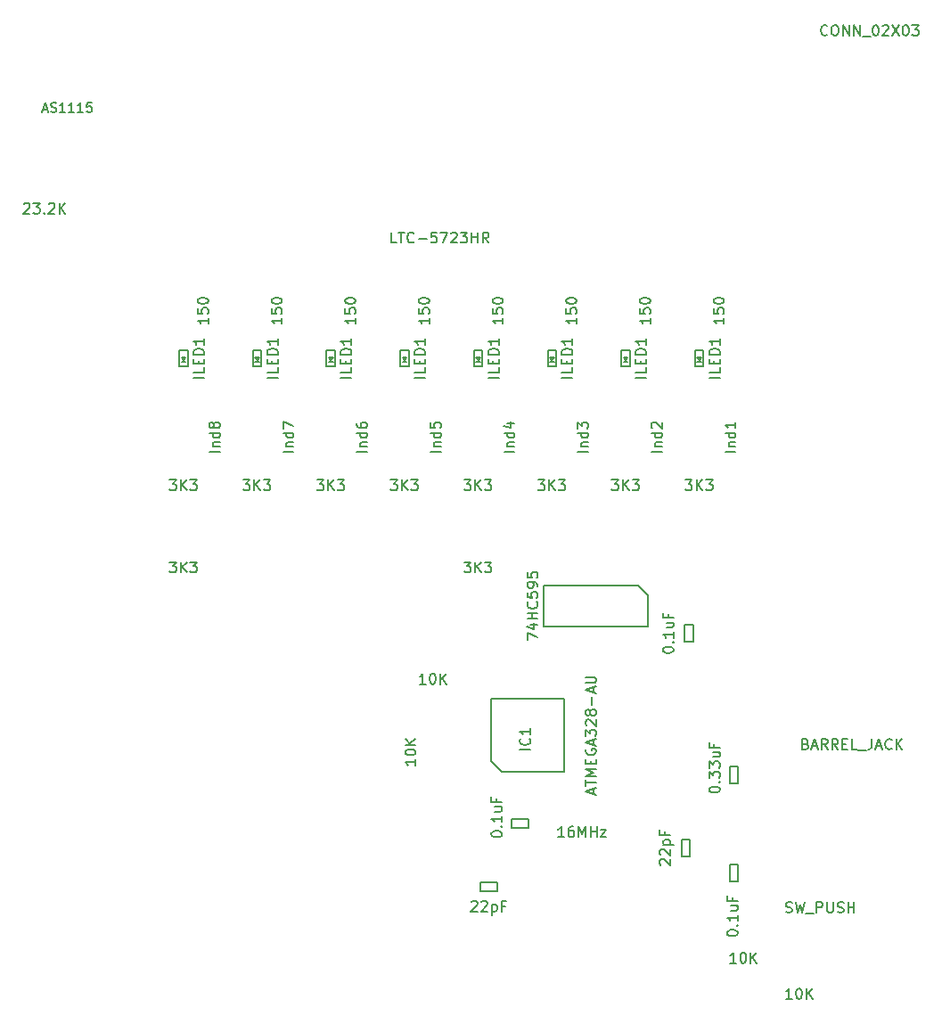
<source format=gbr>
G04 #@! TF.FileFunction,Other,Fab,Top*
%FSLAX46Y46*%
G04 Gerber Fmt 4.6, Leading zero omitted, Abs format (unit mm)*
G04 Created by KiCad (PCBNEW 4.0.4-stable) date 11/18/16 12:36:54*
%MOMM*%
%LPD*%
G01*
G04 APERTURE LIST*
%ADD10C,0.100000*%
%ADD11C,0.150000*%
%ADD12C,0.152400*%
G04 APERTURE END LIST*
D10*
D11*
X139800000Y-124100000D02*
X139800000Y-124900000D01*
X138200000Y-124100000D02*
X139800000Y-124100000D01*
X138200000Y-124900000D02*
X138200000Y-124100000D01*
X139800000Y-124900000D02*
X138200000Y-124900000D01*
X135200000Y-130900000D02*
X135200000Y-130100000D01*
X136800000Y-130900000D02*
X135200000Y-130900000D01*
X136800000Y-130100000D02*
X136800000Y-130900000D01*
X135200000Y-130100000D02*
X136800000Y-130100000D01*
X154300000Y-126000000D02*
X155100000Y-126000000D01*
X154300000Y-127600000D02*
X154300000Y-126000000D01*
X155100000Y-127600000D02*
X154300000Y-127600000D01*
X155100000Y-126000000D02*
X155100000Y-127600000D01*
X158900000Y-119100000D02*
X159700000Y-119100000D01*
X158900000Y-120700000D02*
X158900000Y-119100000D01*
X159700000Y-120700000D02*
X158900000Y-120700000D01*
X159700000Y-119100000D02*
X159700000Y-120700000D01*
X159700000Y-130000000D02*
X158900000Y-130000000D01*
X159700000Y-128400000D02*
X159700000Y-130000000D01*
X158900000Y-128400000D02*
X159700000Y-128400000D01*
X158900000Y-130000000D02*
X158900000Y-128400000D01*
X154600000Y-105600000D02*
X155400000Y-105600000D01*
X154600000Y-107200000D02*
X154600000Y-105600000D01*
X155400000Y-107200000D02*
X154600000Y-107200000D01*
X155400000Y-105600000D02*
X155400000Y-107200000D01*
X155800000Y-80600000D02*
X156200000Y-80600000D01*
X156000000Y-80500000D02*
X155800000Y-80200000D01*
X156200000Y-80200000D02*
X156000000Y-80500000D01*
X155800000Y-80200000D02*
X156200000Y-80200000D01*
X156400000Y-79500000D02*
X156400000Y-81100000D01*
X155600000Y-79500000D02*
X156400000Y-79500000D01*
X155600000Y-81100000D02*
X155600000Y-79500000D01*
X156400000Y-81100000D02*
X155600000Y-81100000D01*
X148800000Y-80600000D02*
X149200000Y-80600000D01*
X149000000Y-80500000D02*
X148800000Y-80200000D01*
X149200000Y-80200000D02*
X149000000Y-80500000D01*
X148800000Y-80200000D02*
X149200000Y-80200000D01*
X149400000Y-79500000D02*
X149400000Y-81100000D01*
X148600000Y-79500000D02*
X149400000Y-79500000D01*
X148600000Y-81100000D02*
X148600000Y-79500000D01*
X149400000Y-81100000D02*
X148600000Y-81100000D01*
X141800000Y-80600000D02*
X142200000Y-80600000D01*
X142000000Y-80500000D02*
X141800000Y-80200000D01*
X142200000Y-80200000D02*
X142000000Y-80500000D01*
X141800000Y-80200000D02*
X142200000Y-80200000D01*
X142400000Y-79500000D02*
X142400000Y-81100000D01*
X141600000Y-79500000D02*
X142400000Y-79500000D01*
X141600000Y-81100000D02*
X141600000Y-79500000D01*
X142400000Y-81100000D02*
X141600000Y-81100000D01*
X134800000Y-80600000D02*
X135200000Y-80600000D01*
X135000000Y-80500000D02*
X134800000Y-80200000D01*
X135200000Y-80200000D02*
X135000000Y-80500000D01*
X134800000Y-80200000D02*
X135200000Y-80200000D01*
X135400000Y-79500000D02*
X135400000Y-81100000D01*
X134600000Y-79500000D02*
X135400000Y-79500000D01*
X134600000Y-81100000D02*
X134600000Y-79500000D01*
X135400000Y-81100000D02*
X134600000Y-81100000D01*
X127800000Y-80600000D02*
X128200000Y-80600000D01*
X128000000Y-80500000D02*
X127800000Y-80200000D01*
X128200000Y-80200000D02*
X128000000Y-80500000D01*
X127800000Y-80200000D02*
X128200000Y-80200000D01*
X128400000Y-79500000D02*
X128400000Y-81100000D01*
X127600000Y-79500000D02*
X128400000Y-79500000D01*
X127600000Y-81100000D02*
X127600000Y-79500000D01*
X128400000Y-81100000D02*
X127600000Y-81100000D01*
X120800000Y-80600000D02*
X121200000Y-80600000D01*
X121000000Y-80500000D02*
X120800000Y-80200000D01*
X121200000Y-80200000D02*
X121000000Y-80500000D01*
X120800000Y-80200000D02*
X121200000Y-80200000D01*
X121400000Y-79500000D02*
X121400000Y-81100000D01*
X120600000Y-79500000D02*
X121400000Y-79500000D01*
X120600000Y-81100000D02*
X120600000Y-79500000D01*
X121400000Y-81100000D02*
X120600000Y-81100000D01*
X113800000Y-80600000D02*
X114200000Y-80600000D01*
X114000000Y-80500000D02*
X113800000Y-80200000D01*
X114200000Y-80200000D02*
X114000000Y-80500000D01*
X113800000Y-80200000D02*
X114200000Y-80200000D01*
X114400000Y-79500000D02*
X114400000Y-81100000D01*
X113600000Y-79500000D02*
X114400000Y-79500000D01*
X113600000Y-81100000D02*
X113600000Y-79500000D01*
X114400000Y-81100000D02*
X113600000Y-81100000D01*
X106800000Y-80600000D02*
X107200000Y-80600000D01*
X107000000Y-80500000D02*
X106800000Y-80200000D01*
X107200000Y-80200000D02*
X107000000Y-80500000D01*
X106800000Y-80200000D02*
X107200000Y-80200000D01*
X107400000Y-79500000D02*
X107400000Y-81100000D01*
X106600000Y-79500000D02*
X107400000Y-79500000D01*
X106600000Y-81100000D02*
X106600000Y-79500000D01*
X107400000Y-81100000D02*
X106600000Y-81100000D01*
X136200000Y-118600000D02*
X136200000Y-112600000D01*
X136200000Y-112600000D02*
X143200000Y-112600000D01*
X143200000Y-112600000D02*
X143200000Y-119600000D01*
X143200000Y-119600000D02*
X137200000Y-119600000D01*
X137200000Y-119600000D02*
X136200000Y-118600000D01*
X151150000Y-102850000D02*
X151150000Y-105750000D01*
X151150000Y-105750000D02*
X141250000Y-105750000D01*
X141250000Y-105750000D02*
X141250000Y-101850000D01*
X141250000Y-101850000D02*
X150150000Y-101850000D01*
X150150000Y-101850000D02*
X151150000Y-102850000D01*
X127230953Y-69332381D02*
X126754762Y-69332381D01*
X126754762Y-68332381D01*
X127421429Y-68332381D02*
X127992858Y-68332381D01*
X127707143Y-69332381D02*
X127707143Y-68332381D01*
X128897620Y-69237143D02*
X128850001Y-69284762D01*
X128707144Y-69332381D01*
X128611906Y-69332381D01*
X128469048Y-69284762D01*
X128373810Y-69189524D01*
X128326191Y-69094286D01*
X128278572Y-68903810D01*
X128278572Y-68760952D01*
X128326191Y-68570476D01*
X128373810Y-68475238D01*
X128469048Y-68380000D01*
X128611906Y-68332381D01*
X128707144Y-68332381D01*
X128850001Y-68380000D01*
X128897620Y-68427619D01*
X129326191Y-68951429D02*
X130088096Y-68951429D01*
X131040477Y-68332381D02*
X130564286Y-68332381D01*
X130516667Y-68808571D01*
X130564286Y-68760952D01*
X130659524Y-68713333D01*
X130897620Y-68713333D01*
X130992858Y-68760952D01*
X131040477Y-68808571D01*
X131088096Y-68903810D01*
X131088096Y-69141905D01*
X131040477Y-69237143D01*
X130992858Y-69284762D01*
X130897620Y-69332381D01*
X130659524Y-69332381D01*
X130564286Y-69284762D01*
X130516667Y-69237143D01*
X131421429Y-68332381D02*
X132088096Y-68332381D01*
X131659524Y-69332381D01*
X132421429Y-68427619D02*
X132469048Y-68380000D01*
X132564286Y-68332381D01*
X132802382Y-68332381D01*
X132897620Y-68380000D01*
X132945239Y-68427619D01*
X132992858Y-68522857D01*
X132992858Y-68618095D01*
X132945239Y-68760952D01*
X132373810Y-69332381D01*
X132992858Y-69332381D01*
X133326191Y-68332381D02*
X133945239Y-68332381D01*
X133611905Y-68713333D01*
X133754763Y-68713333D01*
X133850001Y-68760952D01*
X133897620Y-68808571D01*
X133945239Y-68903810D01*
X133945239Y-69141905D01*
X133897620Y-69237143D01*
X133850001Y-69284762D01*
X133754763Y-69332381D01*
X133469048Y-69332381D01*
X133373810Y-69284762D01*
X133326191Y-69237143D01*
X134373810Y-69332381D02*
X134373810Y-68332381D01*
X134373810Y-68808571D02*
X134945239Y-68808571D01*
X134945239Y-69332381D02*
X134945239Y-68332381D01*
X135992858Y-69332381D02*
X135659524Y-68856190D01*
X135421429Y-69332381D02*
X135421429Y-68332381D01*
X135802382Y-68332381D01*
X135897620Y-68380000D01*
X135945239Y-68427619D01*
X135992858Y-68522857D01*
X135992858Y-68665714D01*
X135945239Y-68760952D01*
X135897620Y-68808571D01*
X135802382Y-68856190D01*
X135421429Y-68856190D01*
X136252381Y-125542857D02*
X136252381Y-125447618D01*
X136300000Y-125352380D01*
X136347619Y-125304761D01*
X136442857Y-125257142D01*
X136633333Y-125209523D01*
X136871429Y-125209523D01*
X137061905Y-125257142D01*
X137157143Y-125304761D01*
X137204762Y-125352380D01*
X137252381Y-125447618D01*
X137252381Y-125542857D01*
X137204762Y-125638095D01*
X137157143Y-125685714D01*
X137061905Y-125733333D01*
X136871429Y-125780952D01*
X136633333Y-125780952D01*
X136442857Y-125733333D01*
X136347619Y-125685714D01*
X136300000Y-125638095D01*
X136252381Y-125542857D01*
X137157143Y-124780952D02*
X137204762Y-124733333D01*
X137252381Y-124780952D01*
X137204762Y-124828571D01*
X137157143Y-124780952D01*
X137252381Y-124780952D01*
X137252381Y-123780952D02*
X137252381Y-124352381D01*
X137252381Y-124066667D02*
X136252381Y-124066667D01*
X136395238Y-124161905D01*
X136490476Y-124257143D01*
X136538095Y-124352381D01*
X136585714Y-122923809D02*
X137252381Y-122923809D01*
X136585714Y-123352381D02*
X137109524Y-123352381D01*
X137204762Y-123304762D01*
X137252381Y-123209524D01*
X137252381Y-123066666D01*
X137204762Y-122971428D01*
X137157143Y-122923809D01*
X136728571Y-122114285D02*
X136728571Y-122447619D01*
X137252381Y-122447619D02*
X136252381Y-122447619D01*
X136252381Y-121971428D01*
X134357143Y-131947619D02*
X134404762Y-131900000D01*
X134500000Y-131852381D01*
X134738096Y-131852381D01*
X134833334Y-131900000D01*
X134880953Y-131947619D01*
X134928572Y-132042857D01*
X134928572Y-132138095D01*
X134880953Y-132280952D01*
X134309524Y-132852381D01*
X134928572Y-132852381D01*
X135309524Y-131947619D02*
X135357143Y-131900000D01*
X135452381Y-131852381D01*
X135690477Y-131852381D01*
X135785715Y-131900000D01*
X135833334Y-131947619D01*
X135880953Y-132042857D01*
X135880953Y-132138095D01*
X135833334Y-132280952D01*
X135261905Y-132852381D01*
X135880953Y-132852381D01*
X136309524Y-132185714D02*
X136309524Y-133185714D01*
X136309524Y-132233333D02*
X136404762Y-132185714D01*
X136595239Y-132185714D01*
X136690477Y-132233333D01*
X136738096Y-132280952D01*
X136785715Y-132376190D01*
X136785715Y-132661905D01*
X136738096Y-132757143D01*
X136690477Y-132804762D01*
X136595239Y-132852381D01*
X136404762Y-132852381D01*
X136309524Y-132804762D01*
X137547620Y-132328571D02*
X137214286Y-132328571D01*
X137214286Y-132852381D02*
X137214286Y-131852381D01*
X137690477Y-131852381D01*
X152347619Y-128442857D02*
X152300000Y-128395238D01*
X152252381Y-128300000D01*
X152252381Y-128061904D01*
X152300000Y-127966666D01*
X152347619Y-127919047D01*
X152442857Y-127871428D01*
X152538095Y-127871428D01*
X152680952Y-127919047D01*
X153252381Y-128490476D01*
X153252381Y-127871428D01*
X152347619Y-127490476D02*
X152300000Y-127442857D01*
X152252381Y-127347619D01*
X152252381Y-127109523D01*
X152300000Y-127014285D01*
X152347619Y-126966666D01*
X152442857Y-126919047D01*
X152538095Y-126919047D01*
X152680952Y-126966666D01*
X153252381Y-127538095D01*
X153252381Y-126919047D01*
X152585714Y-126490476D02*
X153585714Y-126490476D01*
X152633333Y-126490476D02*
X152585714Y-126395238D01*
X152585714Y-126204761D01*
X152633333Y-126109523D01*
X152680952Y-126061904D01*
X152776190Y-126014285D01*
X153061905Y-126014285D01*
X153157143Y-126061904D01*
X153204762Y-126109523D01*
X153252381Y-126204761D01*
X153252381Y-126395238D01*
X153204762Y-126490476D01*
X152728571Y-125252380D02*
X152728571Y-125585714D01*
X153252381Y-125585714D02*
X152252381Y-125585714D01*
X152252381Y-125109523D01*
X156952381Y-121319048D02*
X156952381Y-121223809D01*
X157000000Y-121128571D01*
X157047619Y-121080952D01*
X157142857Y-121033333D01*
X157333333Y-120985714D01*
X157571429Y-120985714D01*
X157761905Y-121033333D01*
X157857143Y-121080952D01*
X157904762Y-121128571D01*
X157952381Y-121223809D01*
X157952381Y-121319048D01*
X157904762Y-121414286D01*
X157857143Y-121461905D01*
X157761905Y-121509524D01*
X157571429Y-121557143D01*
X157333333Y-121557143D01*
X157142857Y-121509524D01*
X157047619Y-121461905D01*
X157000000Y-121414286D01*
X156952381Y-121319048D01*
X157857143Y-120557143D02*
X157904762Y-120509524D01*
X157952381Y-120557143D01*
X157904762Y-120604762D01*
X157857143Y-120557143D01*
X157952381Y-120557143D01*
X156952381Y-120176191D02*
X156952381Y-119557143D01*
X157333333Y-119890477D01*
X157333333Y-119747619D01*
X157380952Y-119652381D01*
X157428571Y-119604762D01*
X157523810Y-119557143D01*
X157761905Y-119557143D01*
X157857143Y-119604762D01*
X157904762Y-119652381D01*
X157952381Y-119747619D01*
X157952381Y-120033334D01*
X157904762Y-120128572D01*
X157857143Y-120176191D01*
X156952381Y-119223810D02*
X156952381Y-118604762D01*
X157333333Y-118938096D01*
X157333333Y-118795238D01*
X157380952Y-118700000D01*
X157428571Y-118652381D01*
X157523810Y-118604762D01*
X157761905Y-118604762D01*
X157857143Y-118652381D01*
X157904762Y-118700000D01*
X157952381Y-118795238D01*
X157952381Y-119080953D01*
X157904762Y-119176191D01*
X157857143Y-119223810D01*
X157285714Y-117747619D02*
X157952381Y-117747619D01*
X157285714Y-118176191D02*
X157809524Y-118176191D01*
X157904762Y-118128572D01*
X157952381Y-118033334D01*
X157952381Y-117890476D01*
X157904762Y-117795238D01*
X157857143Y-117747619D01*
X157428571Y-116938095D02*
X157428571Y-117271429D01*
X157952381Y-117271429D02*
X156952381Y-117271429D01*
X156952381Y-116795238D01*
X158652381Y-134942857D02*
X158652381Y-134847618D01*
X158700000Y-134752380D01*
X158747619Y-134704761D01*
X158842857Y-134657142D01*
X159033333Y-134609523D01*
X159271429Y-134609523D01*
X159461905Y-134657142D01*
X159557143Y-134704761D01*
X159604762Y-134752380D01*
X159652381Y-134847618D01*
X159652381Y-134942857D01*
X159604762Y-135038095D01*
X159557143Y-135085714D01*
X159461905Y-135133333D01*
X159271429Y-135180952D01*
X159033333Y-135180952D01*
X158842857Y-135133333D01*
X158747619Y-135085714D01*
X158700000Y-135038095D01*
X158652381Y-134942857D01*
X159557143Y-134180952D02*
X159604762Y-134133333D01*
X159652381Y-134180952D01*
X159604762Y-134228571D01*
X159557143Y-134180952D01*
X159652381Y-134180952D01*
X159652381Y-133180952D02*
X159652381Y-133752381D01*
X159652381Y-133466667D02*
X158652381Y-133466667D01*
X158795238Y-133561905D01*
X158890476Y-133657143D01*
X158938095Y-133752381D01*
X158985714Y-132323809D02*
X159652381Y-132323809D01*
X158985714Y-132752381D02*
X159509524Y-132752381D01*
X159604762Y-132704762D01*
X159652381Y-132609524D01*
X159652381Y-132466666D01*
X159604762Y-132371428D01*
X159557143Y-132323809D01*
X159128571Y-131514285D02*
X159128571Y-131847619D01*
X159652381Y-131847619D02*
X158652381Y-131847619D01*
X158652381Y-131371428D01*
X152552381Y-108042857D02*
X152552381Y-107947618D01*
X152600000Y-107852380D01*
X152647619Y-107804761D01*
X152742857Y-107757142D01*
X152933333Y-107709523D01*
X153171429Y-107709523D01*
X153361905Y-107757142D01*
X153457143Y-107804761D01*
X153504762Y-107852380D01*
X153552381Y-107947618D01*
X153552381Y-108042857D01*
X153504762Y-108138095D01*
X153457143Y-108185714D01*
X153361905Y-108233333D01*
X153171429Y-108280952D01*
X152933333Y-108280952D01*
X152742857Y-108233333D01*
X152647619Y-108185714D01*
X152600000Y-108138095D01*
X152552381Y-108042857D01*
X153457143Y-107280952D02*
X153504762Y-107233333D01*
X153552381Y-107280952D01*
X153504762Y-107328571D01*
X153457143Y-107280952D01*
X153552381Y-107280952D01*
X153552381Y-106280952D02*
X153552381Y-106852381D01*
X153552381Y-106566667D02*
X152552381Y-106566667D01*
X152695238Y-106661905D01*
X152790476Y-106757143D01*
X152838095Y-106852381D01*
X152885714Y-105423809D02*
X153552381Y-105423809D01*
X152885714Y-105852381D02*
X153409524Y-105852381D01*
X153504762Y-105804762D01*
X153552381Y-105709524D01*
X153552381Y-105566666D01*
X153504762Y-105471428D01*
X153457143Y-105423809D01*
X153028571Y-104614285D02*
X153028571Y-104947619D01*
X153552381Y-104947619D02*
X152552381Y-104947619D01*
X152552381Y-104471428D01*
X166095238Y-116928051D02*
X166238095Y-116975670D01*
X166285714Y-117023290D01*
X166333333Y-117118528D01*
X166333333Y-117261385D01*
X166285714Y-117356623D01*
X166238095Y-117404242D01*
X166142857Y-117451861D01*
X165761904Y-117451861D01*
X165761904Y-116451861D01*
X166095238Y-116451861D01*
X166190476Y-116499480D01*
X166238095Y-116547099D01*
X166285714Y-116642337D01*
X166285714Y-116737575D01*
X166238095Y-116832813D01*
X166190476Y-116880432D01*
X166095238Y-116928051D01*
X165761904Y-116928051D01*
X166714285Y-117166147D02*
X167190476Y-117166147D01*
X166619047Y-117451861D02*
X166952380Y-116451861D01*
X167285714Y-117451861D01*
X168190476Y-117451861D02*
X167857142Y-116975670D01*
X167619047Y-117451861D02*
X167619047Y-116451861D01*
X168000000Y-116451861D01*
X168095238Y-116499480D01*
X168142857Y-116547099D01*
X168190476Y-116642337D01*
X168190476Y-116785194D01*
X168142857Y-116880432D01*
X168095238Y-116928051D01*
X168000000Y-116975670D01*
X167619047Y-116975670D01*
X169190476Y-117451861D02*
X168857142Y-116975670D01*
X168619047Y-117451861D02*
X168619047Y-116451861D01*
X169000000Y-116451861D01*
X169095238Y-116499480D01*
X169142857Y-116547099D01*
X169190476Y-116642337D01*
X169190476Y-116785194D01*
X169142857Y-116880432D01*
X169095238Y-116928051D01*
X169000000Y-116975670D01*
X168619047Y-116975670D01*
X169619047Y-116928051D02*
X169952381Y-116928051D01*
X170095238Y-117451861D02*
X169619047Y-117451861D01*
X169619047Y-116451861D01*
X170095238Y-116451861D01*
X171000000Y-117451861D02*
X170523809Y-117451861D01*
X170523809Y-116451861D01*
X171095238Y-117547099D02*
X171857143Y-117547099D01*
X172380953Y-116451861D02*
X172380953Y-117166147D01*
X172333333Y-117309004D01*
X172238095Y-117404242D01*
X172095238Y-117451861D01*
X172000000Y-117451861D01*
X172809524Y-117166147D02*
X173285715Y-117166147D01*
X172714286Y-117451861D02*
X173047619Y-116451861D01*
X173380953Y-117451861D01*
X174285715Y-117356623D02*
X174238096Y-117404242D01*
X174095239Y-117451861D01*
X174000001Y-117451861D01*
X173857143Y-117404242D01*
X173761905Y-117309004D01*
X173714286Y-117213766D01*
X173666667Y-117023290D01*
X173666667Y-116880432D01*
X173714286Y-116689956D01*
X173761905Y-116594718D01*
X173857143Y-116499480D01*
X174000001Y-116451861D01*
X174095239Y-116451861D01*
X174238096Y-116499480D01*
X174285715Y-116547099D01*
X174714286Y-117451861D02*
X174714286Y-116451861D01*
X175285715Y-117451861D02*
X174857143Y-116880432D01*
X175285715Y-116451861D02*
X174714286Y-117023290D01*
X157952381Y-82133333D02*
X156952381Y-82133333D01*
X157952381Y-81180952D02*
X157952381Y-81657143D01*
X156952381Y-81657143D01*
X157428571Y-80847619D02*
X157428571Y-80514285D01*
X157952381Y-80371428D02*
X157952381Y-80847619D01*
X156952381Y-80847619D01*
X156952381Y-80371428D01*
X157952381Y-79942857D02*
X156952381Y-79942857D01*
X156952381Y-79704762D01*
X157000000Y-79561904D01*
X157095238Y-79466666D01*
X157190476Y-79419047D01*
X157380952Y-79371428D01*
X157523810Y-79371428D01*
X157714286Y-79419047D01*
X157809524Y-79466666D01*
X157904762Y-79561904D01*
X157952381Y-79704762D01*
X157952381Y-79942857D01*
X157952381Y-78419047D02*
X157952381Y-78990476D01*
X157952381Y-78704762D02*
X156952381Y-78704762D01*
X157095238Y-78800000D01*
X157190476Y-78895238D01*
X157238095Y-78990476D01*
X150952381Y-82133333D02*
X149952381Y-82133333D01*
X150952381Y-81180952D02*
X150952381Y-81657143D01*
X149952381Y-81657143D01*
X150428571Y-80847619D02*
X150428571Y-80514285D01*
X150952381Y-80371428D02*
X150952381Y-80847619D01*
X149952381Y-80847619D01*
X149952381Y-80371428D01*
X150952381Y-79942857D02*
X149952381Y-79942857D01*
X149952381Y-79704762D01*
X150000000Y-79561904D01*
X150095238Y-79466666D01*
X150190476Y-79419047D01*
X150380952Y-79371428D01*
X150523810Y-79371428D01*
X150714286Y-79419047D01*
X150809524Y-79466666D01*
X150904762Y-79561904D01*
X150952381Y-79704762D01*
X150952381Y-79942857D01*
X150952381Y-78419047D02*
X150952381Y-78990476D01*
X150952381Y-78704762D02*
X149952381Y-78704762D01*
X150095238Y-78800000D01*
X150190476Y-78895238D01*
X150238095Y-78990476D01*
X143952381Y-82133333D02*
X142952381Y-82133333D01*
X143952381Y-81180952D02*
X143952381Y-81657143D01*
X142952381Y-81657143D01*
X143428571Y-80847619D02*
X143428571Y-80514285D01*
X143952381Y-80371428D02*
X143952381Y-80847619D01*
X142952381Y-80847619D01*
X142952381Y-80371428D01*
X143952381Y-79942857D02*
X142952381Y-79942857D01*
X142952381Y-79704762D01*
X143000000Y-79561904D01*
X143095238Y-79466666D01*
X143190476Y-79419047D01*
X143380952Y-79371428D01*
X143523810Y-79371428D01*
X143714286Y-79419047D01*
X143809524Y-79466666D01*
X143904762Y-79561904D01*
X143952381Y-79704762D01*
X143952381Y-79942857D01*
X143952381Y-78419047D02*
X143952381Y-78990476D01*
X143952381Y-78704762D02*
X142952381Y-78704762D01*
X143095238Y-78800000D01*
X143190476Y-78895238D01*
X143238095Y-78990476D01*
X136952381Y-82133333D02*
X135952381Y-82133333D01*
X136952381Y-81180952D02*
X136952381Y-81657143D01*
X135952381Y-81657143D01*
X136428571Y-80847619D02*
X136428571Y-80514285D01*
X136952381Y-80371428D02*
X136952381Y-80847619D01*
X135952381Y-80847619D01*
X135952381Y-80371428D01*
X136952381Y-79942857D02*
X135952381Y-79942857D01*
X135952381Y-79704762D01*
X136000000Y-79561904D01*
X136095238Y-79466666D01*
X136190476Y-79419047D01*
X136380952Y-79371428D01*
X136523810Y-79371428D01*
X136714286Y-79419047D01*
X136809524Y-79466666D01*
X136904762Y-79561904D01*
X136952381Y-79704762D01*
X136952381Y-79942857D01*
X136952381Y-78419047D02*
X136952381Y-78990476D01*
X136952381Y-78704762D02*
X135952381Y-78704762D01*
X136095238Y-78800000D01*
X136190476Y-78895238D01*
X136238095Y-78990476D01*
X129952381Y-82133333D02*
X128952381Y-82133333D01*
X129952381Y-81180952D02*
X129952381Y-81657143D01*
X128952381Y-81657143D01*
X129428571Y-80847619D02*
X129428571Y-80514285D01*
X129952381Y-80371428D02*
X129952381Y-80847619D01*
X128952381Y-80847619D01*
X128952381Y-80371428D01*
X129952381Y-79942857D02*
X128952381Y-79942857D01*
X128952381Y-79704762D01*
X129000000Y-79561904D01*
X129095238Y-79466666D01*
X129190476Y-79419047D01*
X129380952Y-79371428D01*
X129523810Y-79371428D01*
X129714286Y-79419047D01*
X129809524Y-79466666D01*
X129904762Y-79561904D01*
X129952381Y-79704762D01*
X129952381Y-79942857D01*
X129952381Y-78419047D02*
X129952381Y-78990476D01*
X129952381Y-78704762D02*
X128952381Y-78704762D01*
X129095238Y-78800000D01*
X129190476Y-78895238D01*
X129238095Y-78990476D01*
X122952381Y-82133333D02*
X121952381Y-82133333D01*
X122952381Y-81180952D02*
X122952381Y-81657143D01*
X121952381Y-81657143D01*
X122428571Y-80847619D02*
X122428571Y-80514285D01*
X122952381Y-80371428D02*
X122952381Y-80847619D01*
X121952381Y-80847619D01*
X121952381Y-80371428D01*
X122952381Y-79942857D02*
X121952381Y-79942857D01*
X121952381Y-79704762D01*
X122000000Y-79561904D01*
X122095238Y-79466666D01*
X122190476Y-79419047D01*
X122380952Y-79371428D01*
X122523810Y-79371428D01*
X122714286Y-79419047D01*
X122809524Y-79466666D01*
X122904762Y-79561904D01*
X122952381Y-79704762D01*
X122952381Y-79942857D01*
X122952381Y-78419047D02*
X122952381Y-78990476D01*
X122952381Y-78704762D02*
X121952381Y-78704762D01*
X122095238Y-78800000D01*
X122190476Y-78895238D01*
X122238095Y-78990476D01*
X115952381Y-82133333D02*
X114952381Y-82133333D01*
X115952381Y-81180952D02*
X115952381Y-81657143D01*
X114952381Y-81657143D01*
X115428571Y-80847619D02*
X115428571Y-80514285D01*
X115952381Y-80371428D02*
X115952381Y-80847619D01*
X114952381Y-80847619D01*
X114952381Y-80371428D01*
X115952381Y-79942857D02*
X114952381Y-79942857D01*
X114952381Y-79704762D01*
X115000000Y-79561904D01*
X115095238Y-79466666D01*
X115190476Y-79419047D01*
X115380952Y-79371428D01*
X115523810Y-79371428D01*
X115714286Y-79419047D01*
X115809524Y-79466666D01*
X115904762Y-79561904D01*
X115952381Y-79704762D01*
X115952381Y-79942857D01*
X115952381Y-78419047D02*
X115952381Y-78990476D01*
X115952381Y-78704762D02*
X114952381Y-78704762D01*
X115095238Y-78800000D01*
X115190476Y-78895238D01*
X115238095Y-78990476D01*
X108952381Y-82133333D02*
X107952381Y-82133333D01*
X108952381Y-81180952D02*
X108952381Y-81657143D01*
X107952381Y-81657143D01*
X108428571Y-80847619D02*
X108428571Y-80514285D01*
X108952381Y-80371428D02*
X108952381Y-80847619D01*
X107952381Y-80847619D01*
X107952381Y-80371428D01*
X108952381Y-79942857D02*
X107952381Y-79942857D01*
X107952381Y-79704762D01*
X108000000Y-79561904D01*
X108095238Y-79466666D01*
X108190476Y-79419047D01*
X108380952Y-79371428D01*
X108523810Y-79371428D01*
X108714286Y-79419047D01*
X108809524Y-79466666D01*
X108904762Y-79561904D01*
X108952381Y-79704762D01*
X108952381Y-79942857D01*
X108952381Y-78419047D02*
X108952381Y-78990476D01*
X108952381Y-78704762D02*
X107952381Y-78704762D01*
X108095238Y-78800000D01*
X108190476Y-78895238D01*
X108238095Y-78990476D01*
X145916667Y-121671429D02*
X145916667Y-121195238D01*
X146202381Y-121766667D02*
X145202381Y-121433334D01*
X146202381Y-121100000D01*
X145202381Y-120909524D02*
X145202381Y-120338095D01*
X146202381Y-120623810D02*
X145202381Y-120623810D01*
X146202381Y-120004762D02*
X145202381Y-120004762D01*
X145916667Y-119671428D01*
X145202381Y-119338095D01*
X146202381Y-119338095D01*
X145678571Y-118861905D02*
X145678571Y-118528571D01*
X146202381Y-118385714D02*
X146202381Y-118861905D01*
X145202381Y-118861905D01*
X145202381Y-118385714D01*
X145250000Y-117433333D02*
X145202381Y-117528571D01*
X145202381Y-117671428D01*
X145250000Y-117814286D01*
X145345238Y-117909524D01*
X145440476Y-117957143D01*
X145630952Y-118004762D01*
X145773810Y-118004762D01*
X145964286Y-117957143D01*
X146059524Y-117909524D01*
X146154762Y-117814286D01*
X146202381Y-117671428D01*
X146202381Y-117576190D01*
X146154762Y-117433333D01*
X146107143Y-117385714D01*
X145773810Y-117385714D01*
X145773810Y-117576190D01*
X145916667Y-117004762D02*
X145916667Y-116528571D01*
X146202381Y-117100000D02*
X145202381Y-116766667D01*
X146202381Y-116433333D01*
X145202381Y-116195238D02*
X145202381Y-115576190D01*
X145583333Y-115909524D01*
X145583333Y-115766666D01*
X145630952Y-115671428D01*
X145678571Y-115623809D01*
X145773810Y-115576190D01*
X146011905Y-115576190D01*
X146107143Y-115623809D01*
X146154762Y-115671428D01*
X146202381Y-115766666D01*
X146202381Y-116052381D01*
X146154762Y-116147619D01*
X146107143Y-116195238D01*
X145297619Y-115195238D02*
X145250000Y-115147619D01*
X145202381Y-115052381D01*
X145202381Y-114814285D01*
X145250000Y-114719047D01*
X145297619Y-114671428D01*
X145392857Y-114623809D01*
X145488095Y-114623809D01*
X145630952Y-114671428D01*
X146202381Y-115242857D01*
X146202381Y-114623809D01*
X145630952Y-114052381D02*
X145583333Y-114147619D01*
X145535714Y-114195238D01*
X145440476Y-114242857D01*
X145392857Y-114242857D01*
X145297619Y-114195238D01*
X145250000Y-114147619D01*
X145202381Y-114052381D01*
X145202381Y-113861904D01*
X145250000Y-113766666D01*
X145297619Y-113719047D01*
X145392857Y-113671428D01*
X145440476Y-113671428D01*
X145535714Y-113719047D01*
X145583333Y-113766666D01*
X145630952Y-113861904D01*
X145630952Y-114052381D01*
X145678571Y-114147619D01*
X145726190Y-114195238D01*
X145821429Y-114242857D01*
X146011905Y-114242857D01*
X146107143Y-114195238D01*
X146154762Y-114147619D01*
X146202381Y-114052381D01*
X146202381Y-113861904D01*
X146154762Y-113766666D01*
X146107143Y-113719047D01*
X146011905Y-113671428D01*
X145821429Y-113671428D01*
X145726190Y-113719047D01*
X145678571Y-113766666D01*
X145630952Y-113861904D01*
X145821429Y-113242857D02*
X145821429Y-112480952D01*
X145916667Y-112052381D02*
X145916667Y-111576190D01*
X146202381Y-112147619D02*
X145202381Y-111814286D01*
X146202381Y-111480952D01*
X145202381Y-111147619D02*
X146011905Y-111147619D01*
X146107143Y-111100000D01*
X146154762Y-111052381D01*
X146202381Y-110957143D01*
X146202381Y-110766666D01*
X146154762Y-110671428D01*
X146107143Y-110623809D01*
X146011905Y-110576190D01*
X145202381Y-110576190D01*
X139952381Y-117476190D02*
X138952381Y-117476190D01*
X139857143Y-116428571D02*
X139904762Y-116476190D01*
X139952381Y-116619047D01*
X139952381Y-116714285D01*
X139904762Y-116857143D01*
X139809524Y-116952381D01*
X139714286Y-117000000D01*
X139523810Y-117047619D01*
X139380952Y-117047619D01*
X139190476Y-117000000D01*
X139095238Y-116952381D01*
X139000000Y-116857143D01*
X138952381Y-116714285D01*
X138952381Y-116619047D01*
X139000000Y-116476190D01*
X139047619Y-116428571D01*
X139952381Y-115476190D02*
X139952381Y-116047619D01*
X139952381Y-115761905D02*
X138952381Y-115761905D01*
X139095238Y-115857143D01*
X139190476Y-115952381D01*
X139238095Y-116047619D01*
X168176191Y-49557143D02*
X168128572Y-49604762D01*
X167985715Y-49652381D01*
X167890477Y-49652381D01*
X167747619Y-49604762D01*
X167652381Y-49509524D01*
X167604762Y-49414286D01*
X167557143Y-49223810D01*
X167557143Y-49080952D01*
X167604762Y-48890476D01*
X167652381Y-48795238D01*
X167747619Y-48700000D01*
X167890477Y-48652381D01*
X167985715Y-48652381D01*
X168128572Y-48700000D01*
X168176191Y-48747619D01*
X168795238Y-48652381D02*
X168985715Y-48652381D01*
X169080953Y-48700000D01*
X169176191Y-48795238D01*
X169223810Y-48985714D01*
X169223810Y-49319048D01*
X169176191Y-49509524D01*
X169080953Y-49604762D01*
X168985715Y-49652381D01*
X168795238Y-49652381D01*
X168700000Y-49604762D01*
X168604762Y-49509524D01*
X168557143Y-49319048D01*
X168557143Y-48985714D01*
X168604762Y-48795238D01*
X168700000Y-48700000D01*
X168795238Y-48652381D01*
X169652381Y-49652381D02*
X169652381Y-48652381D01*
X170223810Y-49652381D01*
X170223810Y-48652381D01*
X170700000Y-49652381D02*
X170700000Y-48652381D01*
X171271429Y-49652381D01*
X171271429Y-48652381D01*
X171509524Y-49747619D02*
X172271429Y-49747619D01*
X172700000Y-48652381D02*
X172795239Y-48652381D01*
X172890477Y-48700000D01*
X172938096Y-48747619D01*
X172985715Y-48842857D01*
X173033334Y-49033333D01*
X173033334Y-49271429D01*
X172985715Y-49461905D01*
X172938096Y-49557143D01*
X172890477Y-49604762D01*
X172795239Y-49652381D01*
X172700000Y-49652381D01*
X172604762Y-49604762D01*
X172557143Y-49557143D01*
X172509524Y-49461905D01*
X172461905Y-49271429D01*
X172461905Y-49033333D01*
X172509524Y-48842857D01*
X172557143Y-48747619D01*
X172604762Y-48700000D01*
X172700000Y-48652381D01*
X173414286Y-48747619D02*
X173461905Y-48700000D01*
X173557143Y-48652381D01*
X173795239Y-48652381D01*
X173890477Y-48700000D01*
X173938096Y-48747619D01*
X173985715Y-48842857D01*
X173985715Y-48938095D01*
X173938096Y-49080952D01*
X173366667Y-49652381D01*
X173985715Y-49652381D01*
X174319048Y-48652381D02*
X174985715Y-49652381D01*
X174985715Y-48652381D02*
X174319048Y-49652381D01*
X175557143Y-48652381D02*
X175652382Y-48652381D01*
X175747620Y-48700000D01*
X175795239Y-48747619D01*
X175842858Y-48842857D01*
X175890477Y-49033333D01*
X175890477Y-49271429D01*
X175842858Y-49461905D01*
X175795239Y-49557143D01*
X175747620Y-49604762D01*
X175652382Y-49652381D01*
X175557143Y-49652381D01*
X175461905Y-49604762D01*
X175414286Y-49557143D01*
X175366667Y-49461905D01*
X175319048Y-49271429D01*
X175319048Y-49033333D01*
X175366667Y-48842857D01*
X175414286Y-48747619D01*
X175461905Y-48700000D01*
X175557143Y-48652381D01*
X176223810Y-48652381D02*
X176842858Y-48652381D01*
X176509524Y-49033333D01*
X176652382Y-49033333D01*
X176747620Y-49080952D01*
X176795239Y-49128571D01*
X176842858Y-49223810D01*
X176842858Y-49461905D01*
X176795239Y-49557143D01*
X176747620Y-49604762D01*
X176652382Y-49652381D01*
X176366667Y-49652381D01*
X176271429Y-49604762D01*
X176223810Y-49557143D01*
X159509524Y-137752381D02*
X158938095Y-137752381D01*
X159223809Y-137752381D02*
X159223809Y-136752381D01*
X159128571Y-136895238D01*
X159033333Y-136990476D01*
X158938095Y-137038095D01*
X160128571Y-136752381D02*
X160223810Y-136752381D01*
X160319048Y-136800000D01*
X160366667Y-136847619D01*
X160414286Y-136942857D01*
X160461905Y-137133333D01*
X160461905Y-137371429D01*
X160414286Y-137561905D01*
X160366667Y-137657143D01*
X160319048Y-137704762D01*
X160223810Y-137752381D01*
X160128571Y-137752381D01*
X160033333Y-137704762D01*
X159985714Y-137657143D01*
X159938095Y-137561905D01*
X159890476Y-137371429D01*
X159890476Y-137133333D01*
X159938095Y-136942857D01*
X159985714Y-136847619D01*
X160033333Y-136800000D01*
X160128571Y-136752381D01*
X160890476Y-137752381D02*
X160890476Y-136752381D01*
X161461905Y-137752381D02*
X161033333Y-137180952D01*
X161461905Y-136752381D02*
X160890476Y-137323810D01*
X158352381Y-76466666D02*
X158352381Y-77038095D01*
X158352381Y-76752381D02*
X157352381Y-76752381D01*
X157495238Y-76847619D01*
X157590476Y-76942857D01*
X157638095Y-77038095D01*
X157352381Y-75561904D02*
X157352381Y-76038095D01*
X157828571Y-76085714D01*
X157780952Y-76038095D01*
X157733333Y-75942857D01*
X157733333Y-75704761D01*
X157780952Y-75609523D01*
X157828571Y-75561904D01*
X157923810Y-75514285D01*
X158161905Y-75514285D01*
X158257143Y-75561904D01*
X158304762Y-75609523D01*
X158352381Y-75704761D01*
X158352381Y-75942857D01*
X158304762Y-76038095D01*
X158257143Y-76085714D01*
X157352381Y-74895238D02*
X157352381Y-74799999D01*
X157400000Y-74704761D01*
X157447619Y-74657142D01*
X157542857Y-74609523D01*
X157733333Y-74561904D01*
X157971429Y-74561904D01*
X158161905Y-74609523D01*
X158257143Y-74657142D01*
X158304762Y-74704761D01*
X158352381Y-74799999D01*
X158352381Y-74895238D01*
X158304762Y-74990476D01*
X158257143Y-75038095D01*
X158161905Y-75085714D01*
X157971429Y-75133333D01*
X157733333Y-75133333D01*
X157542857Y-75085714D01*
X157447619Y-75038095D01*
X157400000Y-74990476D01*
X157352381Y-74895238D01*
X91823810Y-65647619D02*
X91871429Y-65600000D01*
X91966667Y-65552381D01*
X92204763Y-65552381D01*
X92300001Y-65600000D01*
X92347620Y-65647619D01*
X92395239Y-65742857D01*
X92395239Y-65838095D01*
X92347620Y-65980952D01*
X91776191Y-66552381D01*
X92395239Y-66552381D01*
X92728572Y-65552381D02*
X93347620Y-65552381D01*
X93014286Y-65933333D01*
X93157144Y-65933333D01*
X93252382Y-65980952D01*
X93300001Y-66028571D01*
X93347620Y-66123810D01*
X93347620Y-66361905D01*
X93300001Y-66457143D01*
X93252382Y-66504762D01*
X93157144Y-66552381D01*
X92871429Y-66552381D01*
X92776191Y-66504762D01*
X92728572Y-66457143D01*
X93776191Y-66457143D02*
X93823810Y-66504762D01*
X93776191Y-66552381D01*
X93728572Y-66504762D01*
X93776191Y-66457143D01*
X93776191Y-66552381D01*
X94204762Y-65647619D02*
X94252381Y-65600000D01*
X94347619Y-65552381D01*
X94585715Y-65552381D01*
X94680953Y-65600000D01*
X94728572Y-65647619D01*
X94776191Y-65742857D01*
X94776191Y-65838095D01*
X94728572Y-65980952D01*
X94157143Y-66552381D01*
X94776191Y-66552381D01*
X95204762Y-66552381D02*
X95204762Y-65552381D01*
X95776191Y-66552381D02*
X95347619Y-65980952D01*
X95776191Y-65552381D02*
X95204762Y-66123810D01*
X151352381Y-76466666D02*
X151352381Y-77038095D01*
X151352381Y-76752381D02*
X150352381Y-76752381D01*
X150495238Y-76847619D01*
X150590476Y-76942857D01*
X150638095Y-77038095D01*
X150352381Y-75561904D02*
X150352381Y-76038095D01*
X150828571Y-76085714D01*
X150780952Y-76038095D01*
X150733333Y-75942857D01*
X150733333Y-75704761D01*
X150780952Y-75609523D01*
X150828571Y-75561904D01*
X150923810Y-75514285D01*
X151161905Y-75514285D01*
X151257143Y-75561904D01*
X151304762Y-75609523D01*
X151352381Y-75704761D01*
X151352381Y-75942857D01*
X151304762Y-76038095D01*
X151257143Y-76085714D01*
X150352381Y-74895238D02*
X150352381Y-74799999D01*
X150400000Y-74704761D01*
X150447619Y-74657142D01*
X150542857Y-74609523D01*
X150733333Y-74561904D01*
X150971429Y-74561904D01*
X151161905Y-74609523D01*
X151257143Y-74657142D01*
X151304762Y-74704761D01*
X151352381Y-74799999D01*
X151352381Y-74895238D01*
X151304762Y-74990476D01*
X151257143Y-75038095D01*
X151161905Y-75085714D01*
X150971429Y-75133333D01*
X150733333Y-75133333D01*
X150542857Y-75085714D01*
X150447619Y-75038095D01*
X150400000Y-74990476D01*
X150352381Y-74895238D01*
X144352381Y-76466666D02*
X144352381Y-77038095D01*
X144352381Y-76752381D02*
X143352381Y-76752381D01*
X143495238Y-76847619D01*
X143590476Y-76942857D01*
X143638095Y-77038095D01*
X143352381Y-75561904D02*
X143352381Y-76038095D01*
X143828571Y-76085714D01*
X143780952Y-76038095D01*
X143733333Y-75942857D01*
X143733333Y-75704761D01*
X143780952Y-75609523D01*
X143828571Y-75561904D01*
X143923810Y-75514285D01*
X144161905Y-75514285D01*
X144257143Y-75561904D01*
X144304762Y-75609523D01*
X144352381Y-75704761D01*
X144352381Y-75942857D01*
X144304762Y-76038095D01*
X144257143Y-76085714D01*
X143352381Y-74895238D02*
X143352381Y-74799999D01*
X143400000Y-74704761D01*
X143447619Y-74657142D01*
X143542857Y-74609523D01*
X143733333Y-74561904D01*
X143971429Y-74561904D01*
X144161905Y-74609523D01*
X144257143Y-74657142D01*
X144304762Y-74704761D01*
X144352381Y-74799999D01*
X144352381Y-74895238D01*
X144304762Y-74990476D01*
X144257143Y-75038095D01*
X144161905Y-75085714D01*
X143971429Y-75133333D01*
X143733333Y-75133333D01*
X143542857Y-75085714D01*
X143447619Y-75038095D01*
X143400000Y-74990476D01*
X143352381Y-74895238D01*
X137352381Y-76466666D02*
X137352381Y-77038095D01*
X137352381Y-76752381D02*
X136352381Y-76752381D01*
X136495238Y-76847619D01*
X136590476Y-76942857D01*
X136638095Y-77038095D01*
X136352381Y-75561904D02*
X136352381Y-76038095D01*
X136828571Y-76085714D01*
X136780952Y-76038095D01*
X136733333Y-75942857D01*
X136733333Y-75704761D01*
X136780952Y-75609523D01*
X136828571Y-75561904D01*
X136923810Y-75514285D01*
X137161905Y-75514285D01*
X137257143Y-75561904D01*
X137304762Y-75609523D01*
X137352381Y-75704761D01*
X137352381Y-75942857D01*
X137304762Y-76038095D01*
X137257143Y-76085714D01*
X136352381Y-74895238D02*
X136352381Y-74799999D01*
X136400000Y-74704761D01*
X136447619Y-74657142D01*
X136542857Y-74609523D01*
X136733333Y-74561904D01*
X136971429Y-74561904D01*
X137161905Y-74609523D01*
X137257143Y-74657142D01*
X137304762Y-74704761D01*
X137352381Y-74799999D01*
X137352381Y-74895238D01*
X137304762Y-74990476D01*
X137257143Y-75038095D01*
X137161905Y-75085714D01*
X136971429Y-75133333D01*
X136733333Y-75133333D01*
X136542857Y-75085714D01*
X136447619Y-75038095D01*
X136400000Y-74990476D01*
X136352381Y-74895238D01*
X130352381Y-76466666D02*
X130352381Y-77038095D01*
X130352381Y-76752381D02*
X129352381Y-76752381D01*
X129495238Y-76847619D01*
X129590476Y-76942857D01*
X129638095Y-77038095D01*
X129352381Y-75561904D02*
X129352381Y-76038095D01*
X129828571Y-76085714D01*
X129780952Y-76038095D01*
X129733333Y-75942857D01*
X129733333Y-75704761D01*
X129780952Y-75609523D01*
X129828571Y-75561904D01*
X129923810Y-75514285D01*
X130161905Y-75514285D01*
X130257143Y-75561904D01*
X130304762Y-75609523D01*
X130352381Y-75704761D01*
X130352381Y-75942857D01*
X130304762Y-76038095D01*
X130257143Y-76085714D01*
X129352381Y-74895238D02*
X129352381Y-74799999D01*
X129400000Y-74704761D01*
X129447619Y-74657142D01*
X129542857Y-74609523D01*
X129733333Y-74561904D01*
X129971429Y-74561904D01*
X130161905Y-74609523D01*
X130257143Y-74657142D01*
X130304762Y-74704761D01*
X130352381Y-74799999D01*
X130352381Y-74895238D01*
X130304762Y-74990476D01*
X130257143Y-75038095D01*
X130161905Y-75085714D01*
X129971429Y-75133333D01*
X129733333Y-75133333D01*
X129542857Y-75085714D01*
X129447619Y-75038095D01*
X129400000Y-74990476D01*
X129352381Y-74895238D01*
X123352381Y-76466666D02*
X123352381Y-77038095D01*
X123352381Y-76752381D02*
X122352381Y-76752381D01*
X122495238Y-76847619D01*
X122590476Y-76942857D01*
X122638095Y-77038095D01*
X122352381Y-75561904D02*
X122352381Y-76038095D01*
X122828571Y-76085714D01*
X122780952Y-76038095D01*
X122733333Y-75942857D01*
X122733333Y-75704761D01*
X122780952Y-75609523D01*
X122828571Y-75561904D01*
X122923810Y-75514285D01*
X123161905Y-75514285D01*
X123257143Y-75561904D01*
X123304762Y-75609523D01*
X123352381Y-75704761D01*
X123352381Y-75942857D01*
X123304762Y-76038095D01*
X123257143Y-76085714D01*
X122352381Y-74895238D02*
X122352381Y-74799999D01*
X122400000Y-74704761D01*
X122447619Y-74657142D01*
X122542857Y-74609523D01*
X122733333Y-74561904D01*
X122971429Y-74561904D01*
X123161905Y-74609523D01*
X123257143Y-74657142D01*
X123304762Y-74704761D01*
X123352381Y-74799999D01*
X123352381Y-74895238D01*
X123304762Y-74990476D01*
X123257143Y-75038095D01*
X123161905Y-75085714D01*
X122971429Y-75133333D01*
X122733333Y-75133333D01*
X122542857Y-75085714D01*
X122447619Y-75038095D01*
X122400000Y-74990476D01*
X122352381Y-74895238D01*
X116352381Y-76466666D02*
X116352381Y-77038095D01*
X116352381Y-76752381D02*
X115352381Y-76752381D01*
X115495238Y-76847619D01*
X115590476Y-76942857D01*
X115638095Y-77038095D01*
X115352381Y-75561904D02*
X115352381Y-76038095D01*
X115828571Y-76085714D01*
X115780952Y-76038095D01*
X115733333Y-75942857D01*
X115733333Y-75704761D01*
X115780952Y-75609523D01*
X115828571Y-75561904D01*
X115923810Y-75514285D01*
X116161905Y-75514285D01*
X116257143Y-75561904D01*
X116304762Y-75609523D01*
X116352381Y-75704761D01*
X116352381Y-75942857D01*
X116304762Y-76038095D01*
X116257143Y-76085714D01*
X115352381Y-74895238D02*
X115352381Y-74799999D01*
X115400000Y-74704761D01*
X115447619Y-74657142D01*
X115542857Y-74609523D01*
X115733333Y-74561904D01*
X115971429Y-74561904D01*
X116161905Y-74609523D01*
X116257143Y-74657142D01*
X116304762Y-74704761D01*
X116352381Y-74799999D01*
X116352381Y-74895238D01*
X116304762Y-74990476D01*
X116257143Y-75038095D01*
X116161905Y-75085714D01*
X115971429Y-75133333D01*
X115733333Y-75133333D01*
X115542857Y-75085714D01*
X115447619Y-75038095D01*
X115400000Y-74990476D01*
X115352381Y-74895238D01*
X109352381Y-76466666D02*
X109352381Y-77038095D01*
X109352381Y-76752381D02*
X108352381Y-76752381D01*
X108495238Y-76847619D01*
X108590476Y-76942857D01*
X108638095Y-77038095D01*
X108352381Y-75561904D02*
X108352381Y-76038095D01*
X108828571Y-76085714D01*
X108780952Y-76038095D01*
X108733333Y-75942857D01*
X108733333Y-75704761D01*
X108780952Y-75609523D01*
X108828571Y-75561904D01*
X108923810Y-75514285D01*
X109161905Y-75514285D01*
X109257143Y-75561904D01*
X109304762Y-75609523D01*
X109352381Y-75704761D01*
X109352381Y-75942857D01*
X109304762Y-76038095D01*
X109257143Y-76085714D01*
X108352381Y-74895238D02*
X108352381Y-74799999D01*
X108400000Y-74704761D01*
X108447619Y-74657142D01*
X108542857Y-74609523D01*
X108733333Y-74561904D01*
X108971429Y-74561904D01*
X109161905Y-74609523D01*
X109257143Y-74657142D01*
X109304762Y-74704761D01*
X109352381Y-74799999D01*
X109352381Y-74895238D01*
X109304762Y-74990476D01*
X109257143Y-75038095D01*
X109161905Y-75085714D01*
X108971429Y-75133333D01*
X108733333Y-75133333D01*
X108542857Y-75085714D01*
X108447619Y-75038095D01*
X108400000Y-74990476D01*
X108352381Y-74895238D01*
X126690476Y-91852381D02*
X127309524Y-91852381D01*
X126976190Y-92233333D01*
X127119048Y-92233333D01*
X127214286Y-92280952D01*
X127261905Y-92328571D01*
X127309524Y-92423810D01*
X127309524Y-92661905D01*
X127261905Y-92757143D01*
X127214286Y-92804762D01*
X127119048Y-92852381D01*
X126833333Y-92852381D01*
X126738095Y-92804762D01*
X126690476Y-92757143D01*
X127738095Y-92852381D02*
X127738095Y-91852381D01*
X128309524Y-92852381D02*
X127880952Y-92280952D01*
X128309524Y-91852381D02*
X127738095Y-92423810D01*
X128642857Y-91852381D02*
X129261905Y-91852381D01*
X128928571Y-92233333D01*
X129071429Y-92233333D01*
X129166667Y-92280952D01*
X129214286Y-92328571D01*
X129261905Y-92423810D01*
X129261905Y-92661905D01*
X129214286Y-92757143D01*
X129166667Y-92804762D01*
X129071429Y-92852381D01*
X128785714Y-92852381D01*
X128690476Y-92804762D01*
X128642857Y-92757143D01*
X119690476Y-91852381D02*
X120309524Y-91852381D01*
X119976190Y-92233333D01*
X120119048Y-92233333D01*
X120214286Y-92280952D01*
X120261905Y-92328571D01*
X120309524Y-92423810D01*
X120309524Y-92661905D01*
X120261905Y-92757143D01*
X120214286Y-92804762D01*
X120119048Y-92852381D01*
X119833333Y-92852381D01*
X119738095Y-92804762D01*
X119690476Y-92757143D01*
X120738095Y-92852381D02*
X120738095Y-91852381D01*
X121309524Y-92852381D02*
X120880952Y-92280952D01*
X121309524Y-91852381D02*
X120738095Y-92423810D01*
X121642857Y-91852381D02*
X122261905Y-91852381D01*
X121928571Y-92233333D01*
X122071429Y-92233333D01*
X122166667Y-92280952D01*
X122214286Y-92328571D01*
X122261905Y-92423810D01*
X122261905Y-92661905D01*
X122214286Y-92757143D01*
X122166667Y-92804762D01*
X122071429Y-92852381D01*
X121785714Y-92852381D01*
X121690476Y-92804762D01*
X121642857Y-92757143D01*
X112690476Y-91852381D02*
X113309524Y-91852381D01*
X112976190Y-92233333D01*
X113119048Y-92233333D01*
X113214286Y-92280952D01*
X113261905Y-92328571D01*
X113309524Y-92423810D01*
X113309524Y-92661905D01*
X113261905Y-92757143D01*
X113214286Y-92804762D01*
X113119048Y-92852381D01*
X112833333Y-92852381D01*
X112738095Y-92804762D01*
X112690476Y-92757143D01*
X113738095Y-92852381D02*
X113738095Y-91852381D01*
X114309524Y-92852381D02*
X113880952Y-92280952D01*
X114309524Y-91852381D02*
X113738095Y-92423810D01*
X114642857Y-91852381D02*
X115261905Y-91852381D01*
X114928571Y-92233333D01*
X115071429Y-92233333D01*
X115166667Y-92280952D01*
X115214286Y-92328571D01*
X115261905Y-92423810D01*
X115261905Y-92661905D01*
X115214286Y-92757143D01*
X115166667Y-92804762D01*
X115071429Y-92852381D01*
X114785714Y-92852381D01*
X114690476Y-92804762D01*
X114642857Y-92757143D01*
X105690476Y-91852381D02*
X106309524Y-91852381D01*
X105976190Y-92233333D01*
X106119048Y-92233333D01*
X106214286Y-92280952D01*
X106261905Y-92328571D01*
X106309524Y-92423810D01*
X106309524Y-92661905D01*
X106261905Y-92757143D01*
X106214286Y-92804762D01*
X106119048Y-92852381D01*
X105833333Y-92852381D01*
X105738095Y-92804762D01*
X105690476Y-92757143D01*
X106738095Y-92852381D02*
X106738095Y-91852381D01*
X107309524Y-92852381D02*
X106880952Y-92280952D01*
X107309524Y-91852381D02*
X106738095Y-92423810D01*
X107642857Y-91852381D02*
X108261905Y-91852381D01*
X107928571Y-92233333D01*
X108071429Y-92233333D01*
X108166667Y-92280952D01*
X108214286Y-92328571D01*
X108261905Y-92423810D01*
X108261905Y-92661905D01*
X108214286Y-92757143D01*
X108166667Y-92804762D01*
X108071429Y-92852381D01*
X107785714Y-92852381D01*
X107690476Y-92804762D01*
X107642857Y-92757143D01*
X105690476Y-99652381D02*
X106309524Y-99652381D01*
X105976190Y-100033333D01*
X106119048Y-100033333D01*
X106214286Y-100080952D01*
X106261905Y-100128571D01*
X106309524Y-100223810D01*
X106309524Y-100461905D01*
X106261905Y-100557143D01*
X106214286Y-100604762D01*
X106119048Y-100652381D01*
X105833333Y-100652381D01*
X105738095Y-100604762D01*
X105690476Y-100557143D01*
X106738095Y-100652381D02*
X106738095Y-99652381D01*
X107309524Y-100652381D02*
X106880952Y-100080952D01*
X107309524Y-99652381D02*
X106738095Y-100223810D01*
X107642857Y-99652381D02*
X108261905Y-99652381D01*
X107928571Y-100033333D01*
X108071429Y-100033333D01*
X108166667Y-100080952D01*
X108214286Y-100128571D01*
X108261905Y-100223810D01*
X108261905Y-100461905D01*
X108214286Y-100557143D01*
X108166667Y-100604762D01*
X108071429Y-100652381D01*
X107785714Y-100652381D01*
X107690476Y-100604762D01*
X107642857Y-100557143D01*
X154690476Y-91852381D02*
X155309524Y-91852381D01*
X154976190Y-92233333D01*
X155119048Y-92233333D01*
X155214286Y-92280952D01*
X155261905Y-92328571D01*
X155309524Y-92423810D01*
X155309524Y-92661905D01*
X155261905Y-92757143D01*
X155214286Y-92804762D01*
X155119048Y-92852381D01*
X154833333Y-92852381D01*
X154738095Y-92804762D01*
X154690476Y-92757143D01*
X155738095Y-92852381D02*
X155738095Y-91852381D01*
X156309524Y-92852381D02*
X155880952Y-92280952D01*
X156309524Y-91852381D02*
X155738095Y-92423810D01*
X156642857Y-91852381D02*
X157261905Y-91852381D01*
X156928571Y-92233333D01*
X157071429Y-92233333D01*
X157166667Y-92280952D01*
X157214286Y-92328571D01*
X157261905Y-92423810D01*
X157261905Y-92661905D01*
X157214286Y-92757143D01*
X157166667Y-92804762D01*
X157071429Y-92852381D01*
X156785714Y-92852381D01*
X156690476Y-92804762D01*
X156642857Y-92757143D01*
X147690476Y-91852381D02*
X148309524Y-91852381D01*
X147976190Y-92233333D01*
X148119048Y-92233333D01*
X148214286Y-92280952D01*
X148261905Y-92328571D01*
X148309524Y-92423810D01*
X148309524Y-92661905D01*
X148261905Y-92757143D01*
X148214286Y-92804762D01*
X148119048Y-92852381D01*
X147833333Y-92852381D01*
X147738095Y-92804762D01*
X147690476Y-92757143D01*
X148738095Y-92852381D02*
X148738095Y-91852381D01*
X149309524Y-92852381D02*
X148880952Y-92280952D01*
X149309524Y-91852381D02*
X148738095Y-92423810D01*
X149642857Y-91852381D02*
X150261905Y-91852381D01*
X149928571Y-92233333D01*
X150071429Y-92233333D01*
X150166667Y-92280952D01*
X150214286Y-92328571D01*
X150261905Y-92423810D01*
X150261905Y-92661905D01*
X150214286Y-92757143D01*
X150166667Y-92804762D01*
X150071429Y-92852381D01*
X149785714Y-92852381D01*
X149690476Y-92804762D01*
X149642857Y-92757143D01*
X140690476Y-91852381D02*
X141309524Y-91852381D01*
X140976190Y-92233333D01*
X141119048Y-92233333D01*
X141214286Y-92280952D01*
X141261905Y-92328571D01*
X141309524Y-92423810D01*
X141309524Y-92661905D01*
X141261905Y-92757143D01*
X141214286Y-92804762D01*
X141119048Y-92852381D01*
X140833333Y-92852381D01*
X140738095Y-92804762D01*
X140690476Y-92757143D01*
X141738095Y-92852381D02*
X141738095Y-91852381D01*
X142309524Y-92852381D02*
X141880952Y-92280952D01*
X142309524Y-91852381D02*
X141738095Y-92423810D01*
X142642857Y-91852381D02*
X143261905Y-91852381D01*
X142928571Y-92233333D01*
X143071429Y-92233333D01*
X143166667Y-92280952D01*
X143214286Y-92328571D01*
X143261905Y-92423810D01*
X143261905Y-92661905D01*
X143214286Y-92757143D01*
X143166667Y-92804762D01*
X143071429Y-92852381D01*
X142785714Y-92852381D01*
X142690476Y-92804762D01*
X142642857Y-92757143D01*
X133690476Y-91852381D02*
X134309524Y-91852381D01*
X133976190Y-92233333D01*
X134119048Y-92233333D01*
X134214286Y-92280952D01*
X134261905Y-92328571D01*
X134309524Y-92423810D01*
X134309524Y-92661905D01*
X134261905Y-92757143D01*
X134214286Y-92804762D01*
X134119048Y-92852381D01*
X133833333Y-92852381D01*
X133738095Y-92804762D01*
X133690476Y-92757143D01*
X134738095Y-92852381D02*
X134738095Y-91852381D01*
X135309524Y-92852381D02*
X134880952Y-92280952D01*
X135309524Y-91852381D02*
X134738095Y-92423810D01*
X135642857Y-91852381D02*
X136261905Y-91852381D01*
X135928571Y-92233333D01*
X136071429Y-92233333D01*
X136166667Y-92280952D01*
X136214286Y-92328571D01*
X136261905Y-92423810D01*
X136261905Y-92661905D01*
X136214286Y-92757143D01*
X136166667Y-92804762D01*
X136071429Y-92852381D01*
X135785714Y-92852381D01*
X135690476Y-92804762D01*
X135642857Y-92757143D01*
X133690476Y-99652381D02*
X134309524Y-99652381D01*
X133976190Y-100033333D01*
X134119048Y-100033333D01*
X134214286Y-100080952D01*
X134261905Y-100128571D01*
X134309524Y-100223810D01*
X134309524Y-100461905D01*
X134261905Y-100557143D01*
X134214286Y-100604762D01*
X134119048Y-100652381D01*
X133833333Y-100652381D01*
X133738095Y-100604762D01*
X133690476Y-100557143D01*
X134738095Y-100652381D02*
X134738095Y-99652381D01*
X135309524Y-100652381D02*
X134880952Y-100080952D01*
X135309524Y-99652381D02*
X134738095Y-100223810D01*
X135642857Y-99652381D02*
X136261905Y-99652381D01*
X135928571Y-100033333D01*
X136071429Y-100033333D01*
X136166667Y-100080952D01*
X136214286Y-100128571D01*
X136261905Y-100223810D01*
X136261905Y-100461905D01*
X136214286Y-100557143D01*
X136166667Y-100604762D01*
X136071429Y-100652381D01*
X135785714Y-100652381D01*
X135690476Y-100604762D01*
X135642857Y-100557143D01*
X164809524Y-141152381D02*
X164238095Y-141152381D01*
X164523809Y-141152381D02*
X164523809Y-140152381D01*
X164428571Y-140295238D01*
X164333333Y-140390476D01*
X164238095Y-140438095D01*
X165428571Y-140152381D02*
X165523810Y-140152381D01*
X165619048Y-140200000D01*
X165666667Y-140247619D01*
X165714286Y-140342857D01*
X165761905Y-140533333D01*
X165761905Y-140771429D01*
X165714286Y-140961905D01*
X165666667Y-141057143D01*
X165619048Y-141104762D01*
X165523810Y-141152381D01*
X165428571Y-141152381D01*
X165333333Y-141104762D01*
X165285714Y-141057143D01*
X165238095Y-140961905D01*
X165190476Y-140771429D01*
X165190476Y-140533333D01*
X165238095Y-140342857D01*
X165285714Y-140247619D01*
X165333333Y-140200000D01*
X165428571Y-140152381D01*
X166190476Y-141152381D02*
X166190476Y-140152381D01*
X166761905Y-141152381D02*
X166333333Y-140580952D01*
X166761905Y-140152381D02*
X166190476Y-140723810D01*
X130009524Y-111252381D02*
X129438095Y-111252381D01*
X129723809Y-111252381D02*
X129723809Y-110252381D01*
X129628571Y-110395238D01*
X129533333Y-110490476D01*
X129438095Y-110538095D01*
X130628571Y-110252381D02*
X130723810Y-110252381D01*
X130819048Y-110300000D01*
X130866667Y-110347619D01*
X130914286Y-110442857D01*
X130961905Y-110633333D01*
X130961905Y-110871429D01*
X130914286Y-111061905D01*
X130866667Y-111157143D01*
X130819048Y-111204762D01*
X130723810Y-111252381D01*
X130628571Y-111252381D01*
X130533333Y-111204762D01*
X130485714Y-111157143D01*
X130438095Y-111061905D01*
X130390476Y-110871429D01*
X130390476Y-110633333D01*
X130438095Y-110442857D01*
X130485714Y-110347619D01*
X130533333Y-110300000D01*
X130628571Y-110252381D01*
X131390476Y-111252381D02*
X131390476Y-110252381D01*
X131961905Y-111252381D02*
X131533333Y-110680952D01*
X131961905Y-110252381D02*
X131390476Y-110823810D01*
X129052381Y-118390476D02*
X129052381Y-118961905D01*
X129052381Y-118676191D02*
X128052381Y-118676191D01*
X128195238Y-118771429D01*
X128290476Y-118866667D01*
X128338095Y-118961905D01*
X128052381Y-117771429D02*
X128052381Y-117676190D01*
X128100000Y-117580952D01*
X128147619Y-117533333D01*
X128242857Y-117485714D01*
X128433333Y-117438095D01*
X128671429Y-117438095D01*
X128861905Y-117485714D01*
X128957143Y-117533333D01*
X129004762Y-117580952D01*
X129052381Y-117676190D01*
X129052381Y-117771429D01*
X129004762Y-117866667D01*
X128957143Y-117914286D01*
X128861905Y-117961905D01*
X128671429Y-118009524D01*
X128433333Y-118009524D01*
X128242857Y-117961905D01*
X128147619Y-117914286D01*
X128100000Y-117866667D01*
X128052381Y-117771429D01*
X129052381Y-117009524D02*
X128052381Y-117009524D01*
X129052381Y-116438095D02*
X128480952Y-116866667D01*
X128052381Y-116438095D02*
X128623810Y-117009524D01*
X164238095Y-132904762D02*
X164380952Y-132952381D01*
X164619048Y-132952381D01*
X164714286Y-132904762D01*
X164761905Y-132857143D01*
X164809524Y-132761905D01*
X164809524Y-132666667D01*
X164761905Y-132571429D01*
X164714286Y-132523810D01*
X164619048Y-132476190D01*
X164428571Y-132428571D01*
X164333333Y-132380952D01*
X164285714Y-132333333D01*
X164238095Y-132238095D01*
X164238095Y-132142857D01*
X164285714Y-132047619D01*
X164333333Y-132000000D01*
X164428571Y-131952381D01*
X164666667Y-131952381D01*
X164809524Y-132000000D01*
X165142857Y-131952381D02*
X165380952Y-132952381D01*
X165571429Y-132238095D01*
X165761905Y-132952381D01*
X166000000Y-131952381D01*
X166142857Y-133047619D02*
X166904762Y-133047619D01*
X167142857Y-132952381D02*
X167142857Y-131952381D01*
X167523810Y-131952381D01*
X167619048Y-132000000D01*
X167666667Y-132047619D01*
X167714286Y-132142857D01*
X167714286Y-132285714D01*
X167666667Y-132380952D01*
X167619048Y-132428571D01*
X167523810Y-132476190D01*
X167142857Y-132476190D01*
X168142857Y-131952381D02*
X168142857Y-132761905D01*
X168190476Y-132857143D01*
X168238095Y-132904762D01*
X168333333Y-132952381D01*
X168523810Y-132952381D01*
X168619048Y-132904762D01*
X168666667Y-132857143D01*
X168714286Y-132761905D01*
X168714286Y-131952381D01*
X169142857Y-132904762D02*
X169285714Y-132952381D01*
X169523810Y-132952381D01*
X169619048Y-132904762D01*
X169666667Y-132857143D01*
X169714286Y-132761905D01*
X169714286Y-132666667D01*
X169666667Y-132571429D01*
X169619048Y-132523810D01*
X169523810Y-132476190D01*
X169333333Y-132428571D01*
X169238095Y-132380952D01*
X169190476Y-132333333D01*
X169142857Y-132238095D01*
X169142857Y-132142857D01*
X169190476Y-132047619D01*
X169238095Y-132000000D01*
X169333333Y-131952381D01*
X169571429Y-131952381D01*
X169714286Y-132000000D01*
X170142857Y-132952381D02*
X170142857Y-131952381D01*
X170142857Y-132428571D02*
X170714286Y-132428571D01*
X170714286Y-132952381D02*
X170714286Y-131952381D01*
X131452381Y-89180952D02*
X130452381Y-89180952D01*
X130785714Y-88704762D02*
X131452381Y-88704762D01*
X130880952Y-88704762D02*
X130833333Y-88657143D01*
X130785714Y-88561905D01*
X130785714Y-88419047D01*
X130833333Y-88323809D01*
X130928571Y-88276190D01*
X131452381Y-88276190D01*
X131452381Y-87371428D02*
X130452381Y-87371428D01*
X131404762Y-87371428D02*
X131452381Y-87466666D01*
X131452381Y-87657143D01*
X131404762Y-87752381D01*
X131357143Y-87800000D01*
X131261905Y-87847619D01*
X130976190Y-87847619D01*
X130880952Y-87800000D01*
X130833333Y-87752381D01*
X130785714Y-87657143D01*
X130785714Y-87466666D01*
X130833333Y-87371428D01*
X130452381Y-86419047D02*
X130452381Y-86895238D01*
X130928571Y-86942857D01*
X130880952Y-86895238D01*
X130833333Y-86800000D01*
X130833333Y-86561904D01*
X130880952Y-86466666D01*
X130928571Y-86419047D01*
X131023810Y-86371428D01*
X131261905Y-86371428D01*
X131357143Y-86419047D01*
X131404762Y-86466666D01*
X131452381Y-86561904D01*
X131452381Y-86800000D01*
X131404762Y-86895238D01*
X131357143Y-86942857D01*
X124452381Y-89180952D02*
X123452381Y-89180952D01*
X123785714Y-88704762D02*
X124452381Y-88704762D01*
X123880952Y-88704762D02*
X123833333Y-88657143D01*
X123785714Y-88561905D01*
X123785714Y-88419047D01*
X123833333Y-88323809D01*
X123928571Y-88276190D01*
X124452381Y-88276190D01*
X124452381Y-87371428D02*
X123452381Y-87371428D01*
X124404762Y-87371428D02*
X124452381Y-87466666D01*
X124452381Y-87657143D01*
X124404762Y-87752381D01*
X124357143Y-87800000D01*
X124261905Y-87847619D01*
X123976190Y-87847619D01*
X123880952Y-87800000D01*
X123833333Y-87752381D01*
X123785714Y-87657143D01*
X123785714Y-87466666D01*
X123833333Y-87371428D01*
X123452381Y-86466666D02*
X123452381Y-86657143D01*
X123500000Y-86752381D01*
X123547619Y-86800000D01*
X123690476Y-86895238D01*
X123880952Y-86942857D01*
X124261905Y-86942857D01*
X124357143Y-86895238D01*
X124404762Y-86847619D01*
X124452381Y-86752381D01*
X124452381Y-86561904D01*
X124404762Y-86466666D01*
X124357143Y-86419047D01*
X124261905Y-86371428D01*
X124023810Y-86371428D01*
X123928571Y-86419047D01*
X123880952Y-86466666D01*
X123833333Y-86561904D01*
X123833333Y-86752381D01*
X123880952Y-86847619D01*
X123928571Y-86895238D01*
X124023810Y-86942857D01*
X117452381Y-89180952D02*
X116452381Y-89180952D01*
X116785714Y-88704762D02*
X117452381Y-88704762D01*
X116880952Y-88704762D02*
X116833333Y-88657143D01*
X116785714Y-88561905D01*
X116785714Y-88419047D01*
X116833333Y-88323809D01*
X116928571Y-88276190D01*
X117452381Y-88276190D01*
X117452381Y-87371428D02*
X116452381Y-87371428D01*
X117404762Y-87371428D02*
X117452381Y-87466666D01*
X117452381Y-87657143D01*
X117404762Y-87752381D01*
X117357143Y-87800000D01*
X117261905Y-87847619D01*
X116976190Y-87847619D01*
X116880952Y-87800000D01*
X116833333Y-87752381D01*
X116785714Y-87657143D01*
X116785714Y-87466666D01*
X116833333Y-87371428D01*
X116452381Y-86990476D02*
X116452381Y-86323809D01*
X117452381Y-86752381D01*
X110452381Y-89180952D02*
X109452381Y-89180952D01*
X109785714Y-88704762D02*
X110452381Y-88704762D01*
X109880952Y-88704762D02*
X109833333Y-88657143D01*
X109785714Y-88561905D01*
X109785714Y-88419047D01*
X109833333Y-88323809D01*
X109928571Y-88276190D01*
X110452381Y-88276190D01*
X110452381Y-87371428D02*
X109452381Y-87371428D01*
X110404762Y-87371428D02*
X110452381Y-87466666D01*
X110452381Y-87657143D01*
X110404762Y-87752381D01*
X110357143Y-87800000D01*
X110261905Y-87847619D01*
X109976190Y-87847619D01*
X109880952Y-87800000D01*
X109833333Y-87752381D01*
X109785714Y-87657143D01*
X109785714Y-87466666D01*
X109833333Y-87371428D01*
X109880952Y-86752381D02*
X109833333Y-86847619D01*
X109785714Y-86895238D01*
X109690476Y-86942857D01*
X109642857Y-86942857D01*
X109547619Y-86895238D01*
X109500000Y-86847619D01*
X109452381Y-86752381D01*
X109452381Y-86561904D01*
X109500000Y-86466666D01*
X109547619Y-86419047D01*
X109642857Y-86371428D01*
X109690476Y-86371428D01*
X109785714Y-86419047D01*
X109833333Y-86466666D01*
X109880952Y-86561904D01*
X109880952Y-86752381D01*
X109928571Y-86847619D01*
X109976190Y-86895238D01*
X110071429Y-86942857D01*
X110261905Y-86942857D01*
X110357143Y-86895238D01*
X110404762Y-86847619D01*
X110452381Y-86752381D01*
X110452381Y-86561904D01*
X110404762Y-86466666D01*
X110357143Y-86419047D01*
X110261905Y-86371428D01*
X110071429Y-86371428D01*
X109976190Y-86419047D01*
X109928571Y-86466666D01*
X109880952Y-86561904D01*
X159452381Y-89180952D02*
X158452381Y-89180952D01*
X158785714Y-88704762D02*
X159452381Y-88704762D01*
X158880952Y-88704762D02*
X158833333Y-88657143D01*
X158785714Y-88561905D01*
X158785714Y-88419047D01*
X158833333Y-88323809D01*
X158928571Y-88276190D01*
X159452381Y-88276190D01*
X159452381Y-87371428D02*
X158452381Y-87371428D01*
X159404762Y-87371428D02*
X159452381Y-87466666D01*
X159452381Y-87657143D01*
X159404762Y-87752381D01*
X159357143Y-87800000D01*
X159261905Y-87847619D01*
X158976190Y-87847619D01*
X158880952Y-87800000D01*
X158833333Y-87752381D01*
X158785714Y-87657143D01*
X158785714Y-87466666D01*
X158833333Y-87371428D01*
X159452381Y-86371428D02*
X159452381Y-86942857D01*
X159452381Y-86657143D02*
X158452381Y-86657143D01*
X158595238Y-86752381D01*
X158690476Y-86847619D01*
X158738095Y-86942857D01*
X152452381Y-89180952D02*
X151452381Y-89180952D01*
X151785714Y-88704762D02*
X152452381Y-88704762D01*
X151880952Y-88704762D02*
X151833333Y-88657143D01*
X151785714Y-88561905D01*
X151785714Y-88419047D01*
X151833333Y-88323809D01*
X151928571Y-88276190D01*
X152452381Y-88276190D01*
X152452381Y-87371428D02*
X151452381Y-87371428D01*
X152404762Y-87371428D02*
X152452381Y-87466666D01*
X152452381Y-87657143D01*
X152404762Y-87752381D01*
X152357143Y-87800000D01*
X152261905Y-87847619D01*
X151976190Y-87847619D01*
X151880952Y-87800000D01*
X151833333Y-87752381D01*
X151785714Y-87657143D01*
X151785714Y-87466666D01*
X151833333Y-87371428D01*
X151547619Y-86942857D02*
X151500000Y-86895238D01*
X151452381Y-86800000D01*
X151452381Y-86561904D01*
X151500000Y-86466666D01*
X151547619Y-86419047D01*
X151642857Y-86371428D01*
X151738095Y-86371428D01*
X151880952Y-86419047D01*
X152452381Y-86990476D01*
X152452381Y-86371428D01*
X145452381Y-89180952D02*
X144452381Y-89180952D01*
X144785714Y-88704762D02*
X145452381Y-88704762D01*
X144880952Y-88704762D02*
X144833333Y-88657143D01*
X144785714Y-88561905D01*
X144785714Y-88419047D01*
X144833333Y-88323809D01*
X144928571Y-88276190D01*
X145452381Y-88276190D01*
X145452381Y-87371428D02*
X144452381Y-87371428D01*
X145404762Y-87371428D02*
X145452381Y-87466666D01*
X145452381Y-87657143D01*
X145404762Y-87752381D01*
X145357143Y-87800000D01*
X145261905Y-87847619D01*
X144976190Y-87847619D01*
X144880952Y-87800000D01*
X144833333Y-87752381D01*
X144785714Y-87657143D01*
X144785714Y-87466666D01*
X144833333Y-87371428D01*
X144452381Y-86990476D02*
X144452381Y-86371428D01*
X144833333Y-86704762D01*
X144833333Y-86561904D01*
X144880952Y-86466666D01*
X144928571Y-86419047D01*
X145023810Y-86371428D01*
X145261905Y-86371428D01*
X145357143Y-86419047D01*
X145404762Y-86466666D01*
X145452381Y-86561904D01*
X145452381Y-86847619D01*
X145404762Y-86942857D01*
X145357143Y-86990476D01*
X138452381Y-89180952D02*
X137452381Y-89180952D01*
X137785714Y-88704762D02*
X138452381Y-88704762D01*
X137880952Y-88704762D02*
X137833333Y-88657143D01*
X137785714Y-88561905D01*
X137785714Y-88419047D01*
X137833333Y-88323809D01*
X137928571Y-88276190D01*
X138452381Y-88276190D01*
X138452381Y-87371428D02*
X137452381Y-87371428D01*
X138404762Y-87371428D02*
X138452381Y-87466666D01*
X138452381Y-87657143D01*
X138404762Y-87752381D01*
X138357143Y-87800000D01*
X138261905Y-87847619D01*
X137976190Y-87847619D01*
X137880952Y-87800000D01*
X137833333Y-87752381D01*
X137785714Y-87657143D01*
X137785714Y-87466666D01*
X137833333Y-87371428D01*
X137785714Y-86466666D02*
X138452381Y-86466666D01*
X137404762Y-86704762D02*
X138119048Y-86942857D01*
X138119048Y-86323809D01*
D12*
X93671666Y-56648167D02*
X94095000Y-56648167D01*
X93587000Y-56902167D02*
X93883333Y-56013167D01*
X94179666Y-56902167D01*
X94433666Y-56859833D02*
X94560666Y-56902167D01*
X94772333Y-56902167D01*
X94857000Y-56859833D01*
X94899333Y-56817500D01*
X94941666Y-56732833D01*
X94941666Y-56648167D01*
X94899333Y-56563500D01*
X94857000Y-56521167D01*
X94772333Y-56478833D01*
X94603000Y-56436500D01*
X94518333Y-56394167D01*
X94476000Y-56351833D01*
X94433666Y-56267167D01*
X94433666Y-56182500D01*
X94476000Y-56097833D01*
X94518333Y-56055500D01*
X94603000Y-56013167D01*
X94814666Y-56013167D01*
X94941666Y-56055500D01*
X95788333Y-56902167D02*
X95280333Y-56902167D01*
X95534333Y-56902167D02*
X95534333Y-56013167D01*
X95449667Y-56140167D01*
X95365000Y-56224833D01*
X95280333Y-56267167D01*
X96635000Y-56902167D02*
X96127000Y-56902167D01*
X96381000Y-56902167D02*
X96381000Y-56013167D01*
X96296334Y-56140167D01*
X96211667Y-56224833D01*
X96127000Y-56267167D01*
X97481667Y-56902167D02*
X96973667Y-56902167D01*
X97227667Y-56902167D02*
X97227667Y-56013167D01*
X97143001Y-56140167D01*
X97058334Y-56224833D01*
X96973667Y-56267167D01*
X98286001Y-56013167D02*
X97862668Y-56013167D01*
X97820334Y-56436500D01*
X97862668Y-56394167D01*
X97947334Y-56351833D01*
X98159001Y-56351833D01*
X98243668Y-56394167D01*
X98286001Y-56436500D01*
X98328334Y-56521167D01*
X98328334Y-56732833D01*
X98286001Y-56817500D01*
X98243668Y-56859833D01*
X98159001Y-56902167D01*
X97947334Y-56902167D01*
X97862668Y-56859833D01*
X97820334Y-56817500D01*
D11*
X139652381Y-107061905D02*
X139652381Y-106395238D01*
X140652381Y-106823810D01*
X139985714Y-105585714D02*
X140652381Y-105585714D01*
X139604762Y-105823810D02*
X140319048Y-106061905D01*
X140319048Y-105442857D01*
X140652381Y-105061905D02*
X139652381Y-105061905D01*
X140128571Y-105061905D02*
X140128571Y-104490476D01*
X140652381Y-104490476D02*
X139652381Y-104490476D01*
X140557143Y-103442857D02*
X140604762Y-103490476D01*
X140652381Y-103633333D01*
X140652381Y-103728571D01*
X140604762Y-103871429D01*
X140509524Y-103966667D01*
X140414286Y-104014286D01*
X140223810Y-104061905D01*
X140080952Y-104061905D01*
X139890476Y-104014286D01*
X139795238Y-103966667D01*
X139700000Y-103871429D01*
X139652381Y-103728571D01*
X139652381Y-103633333D01*
X139700000Y-103490476D01*
X139747619Y-103442857D01*
X139652381Y-102538095D02*
X139652381Y-103014286D01*
X140128571Y-103061905D01*
X140080952Y-103014286D01*
X140033333Y-102919048D01*
X140033333Y-102680952D01*
X140080952Y-102585714D01*
X140128571Y-102538095D01*
X140223810Y-102490476D01*
X140461905Y-102490476D01*
X140557143Y-102538095D01*
X140604762Y-102585714D01*
X140652381Y-102680952D01*
X140652381Y-102919048D01*
X140604762Y-103014286D01*
X140557143Y-103061905D01*
X140652381Y-102014286D02*
X140652381Y-101823810D01*
X140604762Y-101728571D01*
X140557143Y-101680952D01*
X140414286Y-101585714D01*
X140223810Y-101538095D01*
X139842857Y-101538095D01*
X139747619Y-101585714D01*
X139700000Y-101633333D01*
X139652381Y-101728571D01*
X139652381Y-101919048D01*
X139700000Y-102014286D01*
X139747619Y-102061905D01*
X139842857Y-102109524D01*
X140080952Y-102109524D01*
X140176190Y-102061905D01*
X140223810Y-102014286D01*
X140271429Y-101919048D01*
X140271429Y-101728571D01*
X140223810Y-101633333D01*
X140176190Y-101585714D01*
X140080952Y-101538095D01*
X139652381Y-100633333D02*
X139652381Y-101109524D01*
X140128571Y-101157143D01*
X140080952Y-101109524D01*
X140033333Y-101014286D01*
X140033333Y-100776190D01*
X140080952Y-100680952D01*
X140128571Y-100633333D01*
X140223810Y-100585714D01*
X140461905Y-100585714D01*
X140557143Y-100633333D01*
X140604762Y-100680952D01*
X140652381Y-100776190D01*
X140652381Y-101014286D01*
X140604762Y-101109524D01*
X140557143Y-101157143D01*
X143169524Y-125772381D02*
X142598095Y-125772381D01*
X142883809Y-125772381D02*
X142883809Y-124772381D01*
X142788571Y-124915238D01*
X142693333Y-125010476D01*
X142598095Y-125058095D01*
X144026667Y-124772381D02*
X143836190Y-124772381D01*
X143740952Y-124820000D01*
X143693333Y-124867619D01*
X143598095Y-125010476D01*
X143550476Y-125200952D01*
X143550476Y-125581905D01*
X143598095Y-125677143D01*
X143645714Y-125724762D01*
X143740952Y-125772381D01*
X143931429Y-125772381D01*
X144026667Y-125724762D01*
X144074286Y-125677143D01*
X144121905Y-125581905D01*
X144121905Y-125343810D01*
X144074286Y-125248571D01*
X144026667Y-125200952D01*
X143931429Y-125153333D01*
X143740952Y-125153333D01*
X143645714Y-125200952D01*
X143598095Y-125248571D01*
X143550476Y-125343810D01*
X144550476Y-125772381D02*
X144550476Y-124772381D01*
X144883810Y-125486667D01*
X145217143Y-124772381D01*
X145217143Y-125772381D01*
X145693333Y-125772381D02*
X145693333Y-124772381D01*
X145693333Y-125248571D02*
X146264762Y-125248571D01*
X146264762Y-125772381D02*
X146264762Y-124772381D01*
X146645714Y-125105714D02*
X147169524Y-125105714D01*
X146645714Y-125772381D01*
X147169524Y-125772381D01*
M02*

</source>
